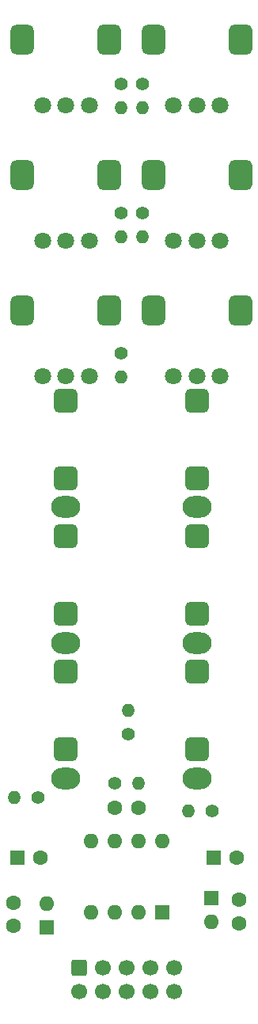
<source format=gts>
%TF.GenerationSoftware,KiCad,Pcbnew,(7.0.0)*%
%TF.CreationDate,2023-03-06T10:19:20-05:00*%
%TF.ProjectId,ER-MIXER5-02,45522d4d-4958-4455-9235-2d30322e6b69,2*%
%TF.SameCoordinates,Original*%
%TF.FileFunction,Soldermask,Top*%
%TF.FilePolarity,Negative*%
%FSLAX46Y46*%
G04 Gerber Fmt 4.6, Leading zero omitted, Abs format (unit mm)*
G04 Created by KiCad (PCBNEW (7.0.0)) date 2023-03-06 10:19:20*
%MOMM*%
%LPD*%
G01*
G04 APERTURE LIST*
G04 Aperture macros list*
%AMRoundRect*
0 Rectangle with rounded corners*
0 $1 Rounding radius*
0 $2 $3 $4 $5 $6 $7 $8 $9 X,Y pos of 4 corners*
0 Add a 4 corners polygon primitive as box body*
4,1,4,$2,$3,$4,$5,$6,$7,$8,$9,$2,$3,0*
0 Add four circle primitives for the rounded corners*
1,1,$1+$1,$2,$3*
1,1,$1+$1,$4,$5*
1,1,$1+$1,$6,$7*
1,1,$1+$1,$8,$9*
0 Add four rect primitives between the rounded corners*
20,1,$1+$1,$2,$3,$4,$5,0*
20,1,$1+$1,$4,$5,$6,$7,0*
20,1,$1+$1,$6,$7,$8,$9,0*
20,1,$1+$1,$8,$9,$2,$3,0*%
G04 Aperture macros list end*
%ADD10RoundRect,0.625000X0.625000X-0.975000X0.625000X0.975000X-0.625000X0.975000X-0.625000X-0.975000X0*%
%ADD11RoundRect,0.578704X0.671296X-1.021296X0.671296X1.021296X-0.671296X1.021296X-0.671296X-1.021296X0*%
%ADD12C,1.800000*%
%ADD13C,1.400000*%
%ADD14O,1.400000X1.400000*%
%ADD15R,1.600000X1.600000*%
%ADD16O,1.600000X1.600000*%
%ADD17O,3.100000X2.300000*%
%ADD18RoundRect,0.650000X-0.650000X-0.650000X0.650000X-0.650000X0.650000X0.650000X-0.650000X0.650000X0*%
%ADD19C,1.600000*%
%ADD20RoundRect,0.250000X-0.600000X0.600000X-0.600000X-0.600000X0.600000X-0.600000X0.600000X0.600000X0*%
%ADD21C,1.700000*%
G04 APERTURE END LIST*
D10*
%TO.C,RV5*%
X17950000Y-29500000D03*
D11*
X27250000Y-29500000D03*
D12*
X25100000Y-36500000D03*
X22600000Y-36500000D03*
X20100000Y-36500000D03*
%TD*%
D13*
%TO.C,R4*%
X16750000Y-33530000D03*
D14*
X16749999Y-36069999D03*
%TD*%
D15*
%TO.C,D2*%
X6499999Y-109883685D03*
D16*
X6499999Y-107343685D03*
%TD*%
D10*
%TO.C,RV1*%
X17950000Y-44000000D03*
D11*
X27250000Y-44000000D03*
D12*
X25100000Y-51000000D03*
X22600000Y-51000000D03*
X20100000Y-51000000D03*
%TD*%
D10*
%TO.C,RV3*%
X17950000Y-15000000D03*
D11*
X27250000Y-15000000D03*
D12*
X25100000Y-22000000D03*
X22600000Y-22000000D03*
X20100000Y-22000000D03*
%TD*%
D10*
%TO.C,RV6*%
X3950000Y-44000000D03*
D11*
X13250000Y-44000000D03*
D12*
X11100000Y-51000000D03*
X8600000Y-51000000D03*
X6100000Y-51000000D03*
%TD*%
D17*
%TO.C,J5*%
X22599999Y-79479999D03*
D18*
X22600000Y-68080000D03*
X22600000Y-76380000D03*
%TD*%
D17*
%TO.C,J6*%
X8599999Y-93979999D03*
D18*
X8600000Y-82580000D03*
X8600000Y-90880000D03*
%TD*%
D13*
%TO.C,R10*%
X15250000Y-89220000D03*
D14*
X15249999Y-86679999D03*
%TD*%
D15*
%TO.C,C3*%
X24383999Y-102499999D03*
D19*
X26884000Y-102500000D03*
%TD*%
D13*
%TO.C,R7*%
X5620000Y-96000000D03*
D14*
X3079999Y-95999999D03*
%TD*%
D19*
%TO.C,C1*%
X27100000Y-106954000D03*
X27100000Y-109454000D03*
%TD*%
D13*
%TO.C,R5*%
X14500000Y-48530000D03*
D14*
X14499999Y-51069999D03*
%TD*%
D17*
%TO.C,J2*%
X8599999Y-64979999D03*
D18*
X8600000Y-53580000D03*
X8600000Y-61880000D03*
%TD*%
D17*
%TO.C,J1*%
X22599999Y-93979999D03*
D18*
X22600000Y-82580000D03*
X22600000Y-90880000D03*
%TD*%
D15*
%TO.C,D1*%
X24129999Y-106778314D03*
D16*
X24129999Y-109318314D03*
%TD*%
D19*
%TO.C,C2*%
X3000000Y-109750000D03*
X3000000Y-107250000D03*
%TD*%
D13*
%TO.C,R8*%
X24220000Y-97500000D03*
D14*
X21679999Y-97499999D03*
%TD*%
D13*
%TO.C,R3*%
X14500000Y-33530000D03*
D14*
X14499999Y-36069999D03*
%TD*%
D13*
%TO.C,R9*%
X13780000Y-94500000D03*
D14*
X16319999Y-94499999D03*
%TD*%
D17*
%TO.C,J4*%
X8599999Y-79479999D03*
D18*
X8600000Y-68080000D03*
X8600000Y-76380000D03*
%TD*%
D10*
%TO.C,RV2*%
X3950000Y-15000000D03*
D11*
X13250000Y-15000000D03*
D12*
X11100000Y-22000000D03*
X8600000Y-22000000D03*
X6100000Y-22000000D03*
%TD*%
D13*
%TO.C,R1*%
X14500000Y-19780000D03*
D14*
X14499999Y-22319999D03*
%TD*%
D10*
%TO.C,RV4*%
X3950000Y-29500000D03*
D11*
X13250000Y-29500000D03*
D12*
X11100000Y-36500000D03*
X8600000Y-36500000D03*
X6100000Y-36500000D03*
%TD*%
D13*
%TO.C,R2*%
X16750000Y-19780000D03*
D14*
X16749999Y-22319999D03*
%TD*%
D19*
%TO.C,C5*%
X16350000Y-97100000D03*
X13850000Y-97100000D03*
%TD*%
D15*
%TO.C,C4*%
X3394887Y-102499999D03*
D19*
X5894888Y-102500000D03*
%TD*%
D17*
%TO.C,J3*%
X22599999Y-64979999D03*
D18*
X22600000Y-53580000D03*
X22600000Y-61880000D03*
%TD*%
D20*
%TO.C,J8*%
X10020000Y-114247500D03*
D21*
X10020000Y-116787500D03*
X12560000Y-114247500D03*
X12560000Y-116787500D03*
X15100000Y-114247500D03*
X15100000Y-116787500D03*
X17640000Y-114247500D03*
X17640000Y-116787500D03*
X20180000Y-114247500D03*
X20180000Y-116787500D03*
%TD*%
D15*
%TO.C,U1*%
X18899999Y-108300011D03*
D16*
X16359999Y-108300011D03*
X13819999Y-108300011D03*
X11279999Y-108300011D03*
X11279999Y-100680011D03*
X13819999Y-100680011D03*
X16359999Y-100680011D03*
X18899999Y-100680011D03*
%TD*%
M02*

</source>
